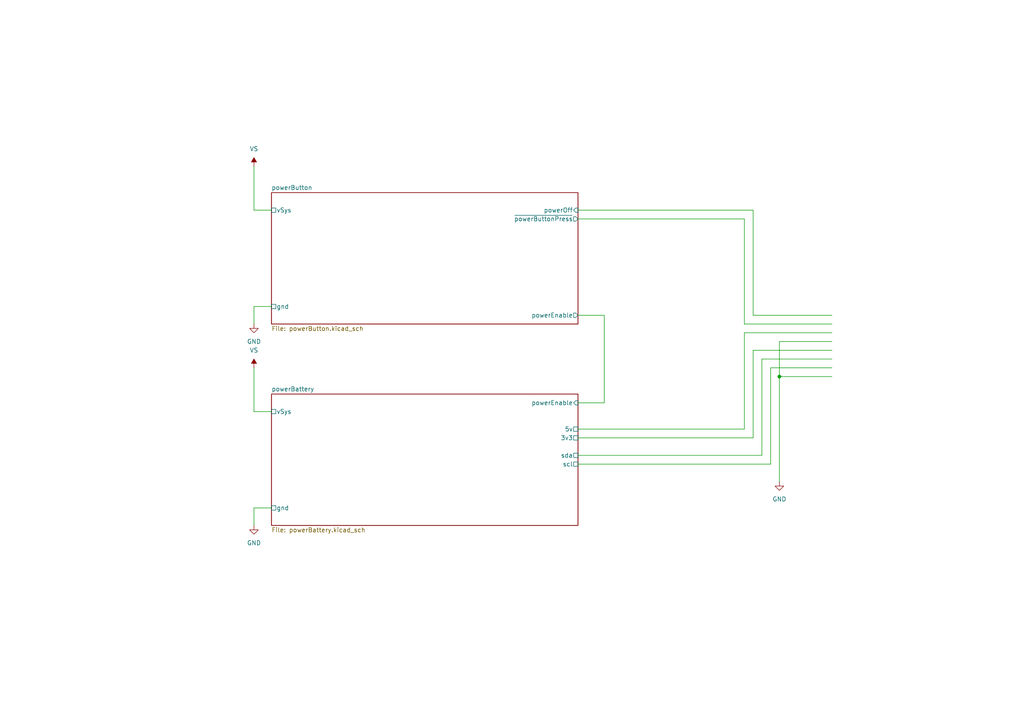
<source format=kicad_sch>
(kicad_sch (version 20230121) (generator eeschema)
  (paper "A4")
  (lib_symbols
    (symbol "power:GND" (power) (pin_names (offset 0))
      (property "Value" "GND" (at 0 -3.81 0))
      (symbol "GND_0_1"
        (polyline (pts (xy 0 0) (xy 0 -1.27) (xy 1.27 -1.27) (xy 0 -2.54) (xy -1.27 -1.27) (xy 0 -1.27)))
      )
      (symbol "GND_1_1"
        (pin power_in line (at 0 0 270) (length 0) hide (name "GND") (number "1"))
      )
    )
    (symbol "power:VS" (power) (pin_names (offset 0))
      (property "Value" "VS" (at 0 3.81 0))
      (symbol "VS_0_1"
        (polyline (pts (xy 0 0) (xy 0 2.54)))
        (polyline (pts (xy 0.762 1.27) (xy -0.762 1.27) (xy 0 2.54) (xy 0.762 1.27)) (fill (type outline)))
      )
      (symbol "VS_1_1"
        (pin power_in line (at 0 0 90) (length 0) hide (name "VS") (number "1"))
      )
    )
  )
  (junction (at 226.06 109.22))
  (wire (pts (xy 218.44 127) (xy 218.44 101.6)))
  (wire (pts (xy 223.52 134.62) (xy 223.52 106.68)))
  (wire (pts (xy 167.64 134.62) (xy 223.52 134.62)))
  (wire (pts (xy 226.06 99.06) (xy 241.3 99.06)))
  (wire (pts (xy 78.74 88.9) (xy 73.66 88.9)))
  (wire (pts (xy 215.9 124.46) (xy 215.9 96.52)))
  (wire (pts (xy 167.64 63.5) (xy 215.9 63.5)))
  (wire (pts (xy 220.98 104.14) (xy 241.3 104.14)))
  (wire (pts (xy 78.74 147.32) (xy 73.66 147.32)))
  (wire (pts (xy 167.64 124.46) (xy 215.9 124.46)))
  (wire (pts (xy 78.74 60.96) (xy 73.66 60.96)))
  (wire (pts (xy 223.52 106.68) (xy 241.3 106.68)))
  (wire (pts (xy 226.06 109.22) (xy 226.06 99.06)))
  (wire (pts (xy 167.64 60.96) (xy 218.44 60.96)))
  (wire (pts (xy 215.9 96.52) (xy 241.3 96.52)))
  (wire (pts (xy 218.44 91.44) (xy 241.3 91.44)))
  (wire (pts (xy 215.9 63.5) (xy 215.9 93.98)))
  (wire (pts (xy 167.64 91.44) (xy 175.26 91.44)))
  (wire (pts (xy 241.3 109.22) (xy 226.06 109.22)))
  (wire (pts (xy 73.66 106.68) (xy 73.66 119.38)))
  (wire (pts (xy 167.64 127) (xy 218.44 127)))
  (wire (pts (xy 226.06 109.22) (xy 226.06 139.7)))
  (wire (pts (xy 78.74 119.38) (xy 73.66 119.38)))
  (wire (pts (xy 167.64 132.08) (xy 220.98 132.08)))
  (wire (pts (xy 218.44 101.6) (xy 241.3 101.6)))
  (wire (pts (xy 73.66 88.9) (xy 73.66 93.98)))
  (wire (pts (xy 175.26 116.84) (xy 167.64 116.84)))
  (wire (pts (xy 218.44 60.96) (xy 218.44 91.44)))
  (wire (pts (xy 73.66 147.32) (xy 73.66 152.4)))
  (wire (pts (xy 220.98 132.08) (xy 220.98 104.14)))
  (wire (pts (xy 175.26 91.44) (xy 175.26 116.84)))
  (wire (pts (xy 73.66 48.26) (xy 73.66 60.96)))
  (wire (pts (xy 215.9 93.98) (xy 241.3 93.98)))
  (symbol (lib_id "power:VS") (at 73.66 106.68 0) (unit 1)
    (property "Reference" "#PWR05" (effects hide))
    (property "Value" "VS" (at 73.66 101.6 0))
  )
  (symbol (lib_id "power:GND") (at 73.66 152.4 0) (unit 1)
    (property "Reference" "#PWR01" (effects hide))
    (property "Value" "GND" (at 73.66 157.48 0))
  )
  (symbol (lib_id "power:GND") (at 73.66 93.98 0) (unit 1)
    (property "Reference" "#PWR02" (effects hide))
    (property "Value" "GND" (at 73.66 99.06 0))
  )
  (symbol (lib_id "power:GND") (at 226.06 139.7 0) (unit 1)
    (property "Reference" "#PWR03" (effects hide))
    (property "Value" "GND" (at 226.06 144.78 0))
  )
  (symbol (lib_id "power:VS") (at 73.66 48.26 0) (unit 1)
    (property "Reference" "#PWR04" (effects hide))
    (property "Value" "VS" (at 73.66 43.18 0))
  )
  (sheet (at 78.74 55.88) (size 88.9 38.1) (stroke (width 0.1524))
    (property "Sheetname" "powerButton" (at 78.74 55.1684 0) (effects (justify left bottom)))
    (property "Sheetfile" "powerButton.kicad_sch" (at 78.74 94.5646 0) (effects (justify left top)))
    (pin "powerOff" input (at 167.64 60.96 0))
    (pin "~{powerButtonPress}" output (at 167.64 63.5 0))
    (pin "powerEnable" output (at 167.64 91.44 0))
    (pin "vSys" passive (at 78.74 60.96 180))
    (pin "gnd" passive (at 78.74 88.9 180))
  )
  (sheet (at 78.74 114.3) (size 88.9 38.1) (stroke (width 0.1524))
    (property "Sheetname" "powerBattery" (at 78.74 113.5884 0) (effects (justify left bottom)))
    (property "Sheetfile" "powerBattery.kicad_sch" (at 78.74 152.9846 0) (effects (justify left top)))
    (pin "vSys" passive (at 78.74 119.38 180))
    (pin "gnd" passive (at 78.74 147.32 180))
    (pin "5v" passive (at 167.64 124.46 0))
    (pin "3v3" passive (at 167.64 127 0))
    (pin "sda" passive (at 167.64 132.08 0))
    (pin "scl" passive (at 167.64 134.62 0))
    (pin "powerEnable" input (at 167.64 116.84 0))
  )
)
</source>
